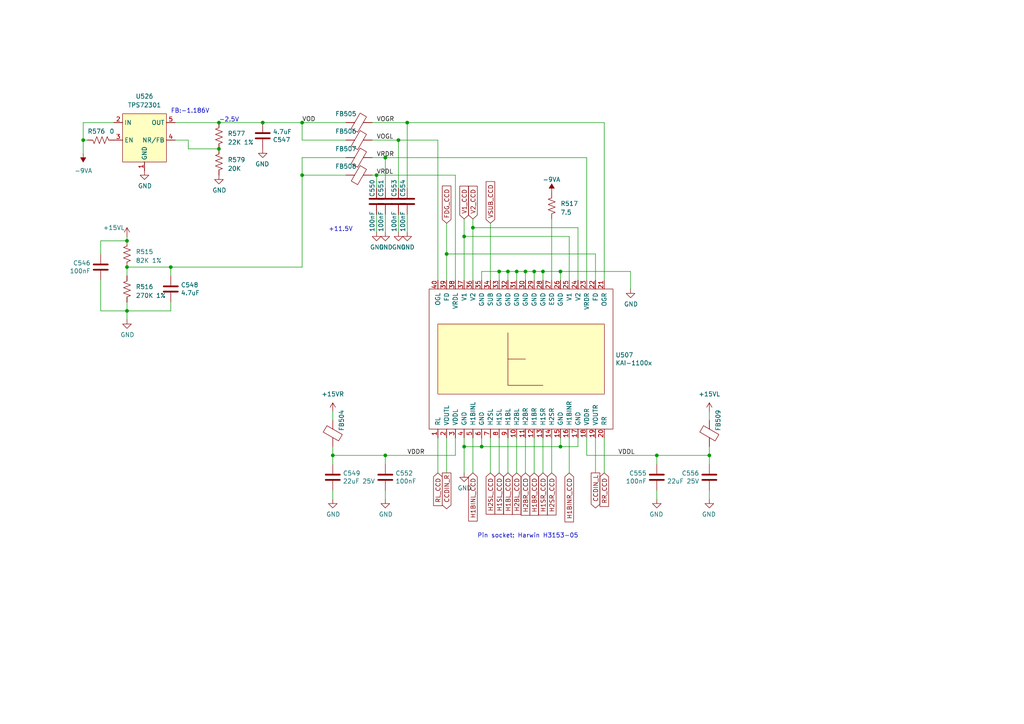
<source format=kicad_sch>
(kicad_sch (version 20231120) (generator "eeschema") (generator_version "8.0")
  (paper "A4")
  (title_block (title "Sitina 1 Mainboard") (date "2023-03-16") (rev "R0.6") (company "Copyright 2023 Wenting Zhang") (comment 2 "MERCHANTABILITY, SATISFACTORY QUALITY AND FITNESS FOR A PARTICULAR PURPOSE.") (comment 3 "This source is distributed WITHOUT ANY EXPRESS OR IMPLIED WARRANTY, INCLUDING OF") (comment 4 "This source describes Open Hardware and is licensed under the CERN-OHL-P v2."))
  (lib_symbols
    (symbol "Device:C" (pin_numbers hide) (pin_names (offset 0.254))
      (property "Reference" "C" (at 0.635 2.54 0))
      (property "Value" "C" (at 0.635 -2.54 0))
      (symbol "C_0_1"
        (polyline (pts (xy -2.032 -0.762) (xy 2.032 -0.762)) (stroke (width 0.508)))
        (polyline (pts (xy -2.032 0.762) (xy 2.032 0.762)) (stroke (width 0.508)))
      )
      (symbol "C_1_1"
        (pin passive line (at 0 3.81 270) (length 2.794) (name "~") (number "1"))
        (pin passive line (at 0 -3.81 90) (length 2.794) (name "~") (number "2"))
      )
    )
    (symbol "Device:FerriteBead" (pin_numbers hide) (pin_names (offset 0))
      (property "Reference" "FB" (at -3.81 0.635 90))
      (property "Value" "FerriteBead" (at 3.81 0 90))
      (symbol "FerriteBead_0_1"
        (polyline (pts (xy 0 -1.27) (xy 0 -1.2192)))
        (polyline (pts (xy 0 1.27) (xy 0 1.2954)))
        (polyline (pts (xy -2.7686 0.4064) (xy -1.7018 2.2606) (xy 2.7686 -0.3048) (xy 1.6764 -2.159) (xy -2.7686 0.4064)))
      )
      (symbol "FerriteBead_1_1"
        (pin passive line (at 0 3.81 270) (length 2.54) (name "~") (number "1"))
        (pin passive line (at 0 -3.81 90) (length 2.54) (name "~") (number "2"))
      )
    )
    (symbol "Device:R_US" (pin_numbers hide) (pin_names (offset 0))
      (property "Reference" "R" (at 2.54 0 90))
      (property "Value" "R_US" (at -2.54 0 90))
      (symbol "R_US_0_1"
        (polyline (pts (xy 0 -2.286) (xy 0 -2.54)))
        (polyline (pts (xy 0 2.286) (xy 0 2.54)))
        (polyline (pts (xy 0 -0.762) (xy 1.016 -1.143) (xy 0 -1.524) (xy -1.016 -1.905) (xy 0 -2.286)))
        (polyline (pts (xy 0 0.762) (xy 1.016 0.381) (xy 0 0) (xy -1.016 -0.381) (xy 0 -0.762)))
        (polyline (pts (xy 0 2.286) (xy 1.016 1.905) (xy 0 1.524) (xy -1.016 1.143) (xy 0 0.762)))
      )
      (symbol "R_US_1_1"
        (pin passive line (at 0 3.81 270) (length 1.27) (name "~") (number "1"))
        (pin passive line (at 0 -3.81 90) (length 1.27) (name "~") (number "2"))
      )
    )
    (symbol "Sitina:KAI-1100x" (pin_names (offset 1.016))
      (property "Reference" "U" (at 0 0 0))
      (property "Value" "KAI-1100x" (at 0 -2.54 0))
      (symbol "KAI-1100x_0_1"
        (rectangle (start -22.86 -22.86) (end 25.4 -43.18) (fill (type background)))
        (polyline (pts (xy 2.54 -33.02) (xy -2.54 -33.02)) (fill (type background)))
        (polyline (pts (xy 7.62 -40.64) (xy -2.54 -40.64) (xy -2.54 -25.4)) (fill (type background)))
        (rectangle (start 27.94 -53.34) (end -25.4 -12.7))
      )
      (symbol "KAI-1100x_1_1"
        (pin input line (at -22.86 -55.88 90) (length 2.54) (name "RL") (number "1"))
        (pin input line (at 0 -55.88 90) (length 2.54) (name "H2BL") (number "10"))
        (pin input line (at 2.54 -55.88 90) (length 2.54) (name "H2BR") (number "11"))
        (pin input line (at 5.08 -55.88 90) (length 2.54) (name "H1BR") (number "12"))
        (pin input line (at 7.62 -55.88 90) (length 2.54) (name "H1SR") (number "13"))
        (pin input line (at 10.16 -55.88 90) (length 2.54) (name "H2SR") (number "14"))
        (pin input line (at 12.7 -55.88 90) (length 2.54) (name "GND") (number "15"))
        (pin input line (at 15.24 -55.88 90) (length 2.54) (name "H1BINR") (number "16"))
        (pin input line (at 17.78 -55.88 90) (length 2.54) (name "GND") (number "17"))
        (pin input line (at 20.32 -55.88 90) (length 2.54) (name "VDDR") (number "18"))
        (pin input line (at 22.86 -55.88 90) (length 2.54) (name "VOUTR") (number "19"))
        (pin input line (at -20.32 -55.88 90) (length 2.54) (name "VOUTL") (number "2"))
        (pin input line (at 25.4 -55.88 90) (length 2.54) (name "RR") (number "20"))
        (pin input line (at 25.4 -10.16 270) (length 2.54) (name "OGR") (number "21"))
        (pin input line (at 22.86 -10.16 270) (length 2.54) (name "FD") (number "22"))
        (pin input line (at 20.32 -10.16 270) (length 2.54) (name "VRDR") (number "23"))
        (pin input line (at 17.78 -10.16 270) (length 2.54) (name "V2") (number "24"))
        (pin input line (at 15.24 -10.16 270) (length 2.54) (name "V1") (number "25"))
        (pin input line (at 12.7 -10.16 270) (length 2.54) (name "GND") (number "26"))
        (pin input line (at 10.16 -10.16 270) (length 2.54) (name "ESD") (number "27"))
        (pin input line (at 7.62 -10.16 270) (length 2.54) (name "GND") (number "28"))
        (pin input line (at 5.08 -10.16 270) (length 2.54) (name "GND") (number "29"))
        (pin input line (at -17.78 -55.88 90) (length 2.54) (name "VDDL") (number "3"))
        (pin input line (at 2.54 -10.16 270) (length 2.54) (name "GND") (number "30"))
        (pin input line (at 0 -10.16 270) (length 2.54) (name "GND") (number "31"))
        (pin input line (at -2.54 -10.16 270) (length 2.54) (name "GND") (number "32"))
        (pin input line (at -5.08 -10.16 270) (length 2.54) (name "GND") (number "33"))
        (pin input line (at -7.62 -10.16 270) (length 2.54) (name "SUB") (number "34"))
        (pin input line (at -10.16 -10.16 270) (length 2.54) (name "GND") (number "35"))
        (pin input line (at -12.7 -10.16 270) (length 2.54) (name "V2") (number "36"))
        (pin input line (at -15.24 -10.16 270) (length 2.54) (name "V1") (number "37"))
        (pin input line (at -17.78 -10.16 270) (length 2.54) (name "VRDL") (number "38"))
        (pin input line (at -20.32 -10.16 270) (length 2.54) (name "FD") (number "39"))
        (pin input line (at -15.24 -55.88 90) (length 2.54) (name "GND") (number "4"))
        (pin input line (at -22.86 -10.16 270) (length 2.54) (name "OGL") (number "40"))
        (pin input line (at -12.7 -55.88 90) (length 2.54) (name "H1BINL") (number "5"))
        (pin input line (at -10.16 -55.88 90) (length 2.54) (name "GND") (number "6"))
        (pin input line (at -7.62 -55.88 90) (length 2.54) (name "H2SL") (number "7"))
        (pin input line (at -5.08 -55.88 90) (length 2.54) (name "H1SL") (number "8"))
        (pin input line (at -2.54 -55.88 90) (length 2.54) (name "H1BL") (number "9"))
      )
    )
    (symbol "power:-9V" (power) (pin_names (offset 0))
      (property "Value" "-9V" (at 0 3.81 0))
      (symbol "-9V_0_1"
        (polyline (pts (xy 0 0) (xy 0 2.54)))
        (polyline (pts (xy 0.762 1.27) (xy -0.762 1.27) (xy 0 2.54) (xy 0.762 1.27)) (fill (type outline)))
      )
      (symbol "-9V_1_1"
        (pin power_in line (at 0 0 90) (length 0) hide (name "-9V") (number "1"))
      )
    )
    (symbol "power:GND" (power) (pin_names (offset 0))
      (property "Value" "GND" (at 0 -3.81 0))
      (symbol "GND_0_1"
        (polyline (pts (xy 0 0) (xy 0 -1.27) (xy 1.27 -1.27) (xy 0 -2.54) (xy -1.27 -1.27) (xy 0 -1.27)))
      )
      (symbol "GND_1_1"
        (pin power_in line (at 0 0 270) (length 0) hide (name "GND") (number "1"))
      )
    )
    (symbol "symbols:+15VL" (power) (pin_names (offset 0))
      (property "Value" "+15VL" (at 0 3.556 0))
      (symbol "+15VL_0_1"
        (polyline (pts (xy -0.762 1.27) (xy 0 2.54)))
        (polyline (pts (xy 0 0) (xy 0 2.54)))
        (polyline (pts (xy 0 2.54) (xy 0.762 1.27)))
      )
      (symbol "+15VL_1_1"
        (pin power_in line (at 0 0 90) (length 0) hide (name "+15VL") (number "1"))
      )
    )
    (symbol "symbols:+15VR" (power) (pin_names (offset 0))
      (property "Value" "+15VR" (at 0 3.556 0))
      (symbol "+15VR_0_1"
        (polyline (pts (xy -0.762 1.27) (xy 0 2.54)))
        (polyline (pts (xy 0 0) (xy 0 2.54)))
        (polyline (pts (xy 0 2.54) (xy 0.762 1.27)))
      )
      (symbol "+15VR_1_1"
        (pin power_in line (at 0 0 90) (length 0) hide (name "+15VR") (number "1"))
      )
    )
    (symbol "symbols:TPS723xx"
      (property "Reference" "U" (at 0 1.27 0))
      (property "Value" "TPS723xx" (at 7.62 1.27 0))
      (symbol "TPS723xx_1_1"
        (rectangle (start 0 0) (end 12.7 -13.97) (fill (type background)))
        (pin passive line (at 6.35 -16.51 90) (length 2.54) (name "GND") (number "1"))
        (pin power_in line (at -2.54 -2.54 0) (length 2.54) (name "IN") (number "2"))
        (pin input line (at -2.54 -7.62 0) (length 2.54) (name "EN") (number "3"))
        (pin input line (at 15.24 -7.62 180) (length 2.54) (name "NR/FB") (number "4"))
        (pin power_out line (at 15.24 -2.54 180) (length 2.54) (name "OUT") (number "5"))
      )
    )
  )
  (junction (at 154.94 78.74) (diameter 0.9144))
  (junction (at 63.5 35.56))
  (junction (at 190.5 132.08))
  (junction (at 129.54 73.66) (diameter 0.9144))
  (junction (at 115.57 40.64))
  (junction (at 63.5 43.18))
  (junction (at 139.7 129.54) (diameter 0.9144))
  (junction (at 162.56 78.74) (diameter 0.9144))
  (junction (at 109.22 50.8))
  (junction (at 162.56 129.54) (diameter 0.9144))
  (junction (at 134.62 129.54) (diameter 0.9144))
  (junction (at 36.83 69.85))
  (junction (at 144.78 78.74) (diameter 0.9144))
  (junction (at 137.16 66.04) (diameter 0.9144))
  (junction (at 76.2 35.56))
  (junction (at 36.83 90.17))
  (junction (at 87.63 50.8))
  (junction (at 149.86 78.74) (diameter 0.9144))
  (junction (at 157.48 78.74) (diameter 0.9144))
  (junction (at 152.4 78.74) (diameter 0.9144))
  (junction (at 49.53 77.47))
  (junction (at 134.62 68.58) (diameter 0.9144))
  (junction (at 87.63 35.56))
  (junction (at 111.76 132.08))
  (junction (at 36.83 77.47))
  (junction (at 118.11 35.56))
  (junction (at 111.76 45.72))
  (junction (at 96.52 132.08))
  (junction (at 205.74 132.08))
  (junction (at 147.32 78.74) (diameter 0.9144))
  (junction (at 24.13 40.64))
  (wire (pts (xy 157.48 78.74) (xy 154.94 78.74)))
  (wire (pts (xy 137.16 63.5) (xy 137.16 66.04)))
  (wire (pts (xy 142.24 64.77) (xy 142.24 81.28)))
  (wire (pts (xy 109.22 50.8) (xy 132.08 50.8)))
  (wire (pts (xy 111.76 45.72) (xy 170.18 45.72)))
  (wire (pts (xy 36.83 92.71) (xy 36.83 90.17)))
  (wire (pts (xy 96.52 129.54) (xy 96.52 132.08)))
  (wire (pts (xy 144.78 137.16) (xy 144.78 127)))
  (wire (pts (xy 139.7 129.54) (xy 162.56 129.54)))
  (wire (pts (xy 96.52 142.24) (xy 96.52 144.78)))
  (wire (pts (xy 162.56 127) (xy 162.56 129.54)))
  (wire (pts (xy 87.63 40.64) (xy 100.33 40.64)))
  (wire (pts (xy 142.24 137.16) (xy 142.24 127)))
  (wire (pts (xy 137.16 137.16) (xy 137.16 127)))
  (wire (pts (xy 157.48 78.74) (xy 162.56 78.74)))
  (wire (pts (xy 87.63 40.64) (xy 87.63 35.56)))
  (wire (pts (xy 175.26 35.56) (xy 118.11 35.56)))
  (wire (pts (xy 29.21 90.17) (xy 36.83 90.17)))
  (wire (pts (xy 36.83 87.63) (xy 36.83 90.17)))
  (wire (pts (xy 144.78 81.28) (xy 144.78 78.74)))
  (wire (pts (xy 147.32 137.16) (xy 147.32 127)))
  (wire (pts (xy 129.54 64.77) (xy 129.54 73.66)))
  (wire (pts (xy 149.86 78.74) (xy 147.32 78.74)))
  (wire (pts (xy 167.64 129.54) (xy 167.64 127)))
  (wire (pts (xy 36.83 80.01) (xy 36.83 77.47)))
  (wire (pts (xy 139.7 127) (xy 139.7 129.54)))
  (wire (pts (xy 152.4 81.28) (xy 152.4 78.74)))
  (wire (pts (xy 205.74 132.08) (xy 205.74 134.62)))
  (wire (pts (xy 127 40.64) (xy 115.57 40.64)))
  (wire (pts (xy 152.4 78.74) (xy 149.86 78.74)))
  (wire (pts (xy 172.72 127) (xy 172.72 137.16)))
  (wire (pts (xy 50.8 40.64) (xy 54.61 40.64)))
  (wire (pts (xy 109.22 67.31) (xy 109.22 62.23)))
  (wire (pts (xy 182.88 78.74) (xy 182.88 83.82)))
  (wire (pts (xy 63.5 35.56) (xy 76.2 35.56)))
  (wire (pts (xy 190.5 132.08) (xy 190.5 134.62)))
  (wire (pts (xy 162.56 78.74) (xy 182.88 78.74)))
  (wire (pts (xy 190.5 142.24) (xy 190.5 144.78)))
  (wire (pts (xy 147.32 81.28) (xy 147.32 78.74)))
  (wire (pts (xy 115.57 54.61) (xy 115.57 40.64)))
  (wire (pts (xy 170.18 127) (xy 170.18 132.08)))
  (wire (pts (xy 96.52 132.08) (xy 111.76 132.08)))
  (wire (pts (xy 147.32 78.74) (xy 144.78 78.74)))
  (wire (pts (xy 175.26 137.16) (xy 175.26 127)))
  (wire (pts (xy 87.63 77.47) (xy 87.63 50.8)))
  (wire (pts (xy 29.21 69.85) (xy 36.83 69.85)))
  (wire (pts (xy 134.62 129.54) (xy 134.62 137.16)))
  (wire (pts (xy 76.2 35.56) (xy 87.63 35.56)))
  (wire (pts (xy 111.76 142.24) (xy 111.76 144.78)))
  (wire (pts (xy 157.48 137.16) (xy 157.48 127)))
  (wire (pts (xy 172.72 73.66) (xy 172.72 81.28)))
  (wire (pts (xy 127 40.64) (xy 127 81.28)))
  (wire (pts (xy 36.83 77.47) (xy 49.53 77.47)))
  (wire (pts (xy 134.62 129.54) (xy 139.7 129.54)))
  (wire (pts (xy 49.53 80.01) (xy 49.53 77.47)))
  (wire (pts (xy 50.8 35.56) (xy 63.5 35.56)))
  (wire (pts (xy 134.62 63.5) (xy 134.62 68.58)))
  (wire (pts (xy 107.95 45.72) (xy 111.76 45.72)))
  (wire (pts (xy 24.13 40.64) (xy 24.13 44.45)))
  (wire (pts (xy 24.13 35.56) (xy 24.13 40.64)))
  (wire (pts (xy 111.76 62.23) (xy 111.76 67.31)))
  (wire (pts (xy 165.1 68.58) (xy 165.1 81.28)))
  (wire (pts (xy 137.16 66.04) (xy 167.64 66.04)))
  (wire (pts (xy 29.21 81.28) (xy 29.21 90.17)))
  (wire (pts (xy 107.95 35.56) (xy 118.11 35.56)))
  (wire (pts (xy 109.22 50.8) (xy 107.95 50.8)))
  (wire (pts (xy 129.54 73.66) (xy 172.72 73.66)))
  (wire (pts (xy 111.76 132.08) (xy 132.08 132.08)))
  (wire (pts (xy 96.52 132.08) (xy 96.52 134.62)))
  (wire (pts (xy 115.57 67.31) (xy 115.57 62.23)))
  (wire (pts (xy 87.63 50.8) (xy 87.63 45.72)))
  (wire (pts (xy 170.18 45.72) (xy 170.18 81.28)))
  (wire (pts (xy 109.22 54.61) (xy 109.22 50.8)))
  (wire (pts (xy 134.62 127) (xy 134.62 129.54)))
  (wire (pts (xy 87.63 35.56) (xy 100.33 35.56)))
  (wire (pts (xy 54.61 40.64) (xy 54.61 43.18)))
  (wire (pts (xy 167.64 66.04) (xy 167.64 81.28)))
  (wire (pts (xy 205.74 142.24) (xy 205.74 144.78)))
  (wire (pts (xy 165.1 137.16) (xy 165.1 127)))
  (wire (pts (xy 137.16 66.04) (xy 137.16 81.28)))
  (wire (pts (xy 154.94 78.74) (xy 152.4 78.74)))
  (wire (pts (xy 132.08 50.8) (xy 132.08 81.28)))
  (wire (pts (xy 36.83 68.58) (xy 36.83 69.85)))
  (wire (pts (xy 205.74 119.38) (xy 205.74 121.92)))
  (wire (pts (xy 162.56 129.54) (xy 167.64 129.54)))
  (wire (pts (xy 111.76 45.72) (xy 111.76 54.61)))
  (wire (pts (xy 49.53 87.63) (xy 49.53 90.17)))
  (wire (pts (xy 132.08 132.08) (xy 132.08 127)))
  (wire (pts (xy 24.13 35.56) (xy 33.02 35.56)))
  (wire (pts (xy 129.54 127) (xy 129.54 137.16)))
  (wire (pts (xy 36.83 90.17) (xy 49.53 90.17)))
  (wire (pts (xy 111.76 132.08) (xy 111.76 134.62)))
  (wire (pts (xy 157.48 81.28) (xy 157.48 78.74)))
  (wire (pts (xy 139.7 78.74) (xy 144.78 78.74)))
  (wire (pts (xy 96.52 119.38) (xy 96.52 121.92)))
  (wire (pts (xy 107.95 40.64) (xy 115.57 40.64)))
  (wire (pts (xy 127 137.16) (xy 127 127)))
  (wire (pts (xy 49.53 77.47) (xy 87.63 77.47)))
  (wire (pts (xy 205.74 129.54) (xy 205.74 132.08)))
  (wire (pts (xy 118.11 62.23) (xy 118.11 67.31)))
  (wire (pts (xy 190.5 132.08) (xy 170.18 132.08)))
  (wire (pts (xy 29.21 73.66) (xy 29.21 69.85)))
  (wire (pts (xy 154.94 137.16) (xy 154.94 127)))
  (wire (pts (xy 129.54 73.66) (xy 129.54 81.28)))
  (wire (pts (xy 152.4 137.16) (xy 152.4 127)))
  (wire (pts (xy 149.86 81.28) (xy 149.86 78.74)))
  (wire (pts (xy 205.74 132.08) (xy 190.5 132.08)))
  (wire (pts (xy 149.86 137.16) (xy 149.86 127)))
  (wire (pts (xy 160.02 137.16) (xy 160.02 127)))
  (wire (pts (xy 154.94 81.28) (xy 154.94 78.74)))
  (wire (pts (xy 160.02 81.28) (xy 160.02 63.5)))
  (wire (pts (xy 118.11 35.56) (xy 118.11 54.61)))
  (wire (pts (xy 87.63 45.72) (xy 100.33 45.72)))
  (wire (pts (xy 175.26 35.56) (xy 175.26 81.28)))
  (wire (pts (xy 162.56 81.28) (xy 162.56 78.74)))
  (wire (pts (xy 54.61 43.18) (xy 63.5 43.18)))
  (wire (pts (xy 87.63 50.8) (xy 100.33 50.8)))
  (wire (pts (xy 24.13 40.64) (xy 25.4 40.64)))
  (wire (pts (xy 139.7 78.74) (xy 139.7 81.28)))
  (wire (pts (xy 134.62 68.58) (xy 165.1 68.58)))
  (wire (pts (xy 134.62 68.58) (xy 134.62 81.28)))
  (text "FB:-1.186V" (at 49.53 33.02 0) (effects (font (size 1.27 1.27)) (justify left bottom)))
  (text "+11.5V" (at 95.25 67.31 0) (effects (font (size 1.27 1.27)) (justify left bottom)))
  (text "-2.5V" (at 63.5 35.56 0) (effects (font (size 1.27 1.27)) (justify left bottom)))
  (text "Pin socket: Harwin H3153-05" (at 138.43 156.21 0) (effects (font (size 1.27 1.27)) (justify left bottom)))
  (label "VOGR" (at 109.22 35.56 0))
  (label "VOGL" (at 109.22 40.64 0))
  (label "VDDR" (at 118.11 132.08 0))
  (label "VDDL" (at 184.15 132.08 180))
  (label "VRDL" (at 109.22 50.8 0))
  (label "VRDR" (at 109.22 45.72 0))
  (label "VOD" (at 87.63 35.56 0))
  (global_label "VSUB_CCD" (shape input) (at 142.24 64.77 90) (property "Intersheetrefs" "${INTERSHEET_REFS}" (effects (hide yes))))
  (global_label "H2BL_CCD" (shape input) (at 149.86 137.16 270) (property "Intersheetrefs" "${INTERSHEET_REFS}" (effects (hide yes))))
  (global_label "H1SL_CCD" (shape input) (at 144.78 137.16 270) (property "Intersheetrefs" "${INTERSHEET_REFS}" (effects (hide yes))))
  (global_label "H1BINR_CCD" (shape input) (at 165.1 137.16 270) (property "Intersheetrefs" "${INTERSHEET_REFS}" (effects (hide yes))))
  (global_label "H1BINL_CCD" (shape input) (at 137.16 137.16 270) (property "Intersheetrefs" "${INTERSHEET_REFS}" (effects (hide yes))))
  (global_label "H1BL_CCD" (shape input) (at 147.32 137.16 270) (property "Intersheetrefs" "${INTERSHEET_REFS}" (effects (hide yes))))
  (global_label "RL_CCD" (shape input) (at 127 137.16 270) (property "Intersheetrefs" "${INTERSHEET_REFS}" (effects (hide yes))))
  (global_label "RR_CCD" (shape input) (at 175.26 137.16 270) (property "Intersheetrefs" "${INTERSHEET_REFS}" (effects (hide yes))))
  (global_label "H2BR_CCD" (shape input) (at 152.4 137.16 270) (property "Intersheetrefs" "${INTERSHEET_REFS}" (effects (hide yes))))
  (global_label "H2SL_CCD" (shape input) (at 142.24 137.16 270) (property "Intersheetrefs" "${INTERSHEET_REFS}" (effects (hide yes))))
  (global_label "H1SR_CCD" (shape input) (at 157.48 137.16 270) (property "Intersheetrefs" "${INTERSHEET_REFS}" (effects (hide yes))))
  (global_label "H2SR_CCD" (shape input) (at 160.02 137.16 270) (property "Intersheetrefs" "${INTERSHEET_REFS}" (effects (hide yes))))
  (global_label "CCDIN_L" (shape output) (at 172.72 137.16 270) (property "Intersheetrefs" "${INTERSHEET_REFS}" (effects (hide yes))))
  (global_label "CCDIN_R" (shape output) (at 129.54 137.16 270) (property "Intersheetrefs" "${INTERSHEET_REFS}" (effects (hide yes))))
  (global_label "FDG_CCD" (shape input) (at 129.54 64.77 90) (property "Intersheetrefs" "${INTERSHEET_REFS}" (effects (hide yes))))
  (global_label "V1_CCD" (shape input) (at 134.62 63.5 90) (property "Intersheetrefs" "${INTERSHEET_REFS}" (effects (hide yes))))
  (global_label "V2_CCD" (shape input) (at 137.16 63.5 90) (property "Intersheetrefs" "${INTERSHEET_REFS}" (effects (hide yes))))
  (global_label "H1BR_CCD" (shape input) (at 154.94 137.16 270) (property "Intersheetrefs" "${INTERSHEET_REFS}" (effects (hide yes))))
  (symbol (lib_id "power:GND") (at 41.91 49.53 0) (unit 1)
    (property "Reference" "#PWR0687" (effects (hide yes)))
    (property "Value" "GND" (at 42.037 53.9242 0))
  )
  (symbol (lib_id "power:GND") (at 134.62 137.16 0) (unit 1)
    (property "Reference" "#PWR0543" (effects (hide yes)))
    (property "Value" "GND" (at 134.747 141.5542 0))
  )
  (symbol (lib_id "power:GND") (at 63.5 50.8 0) (unit 1)
    (property "Reference" "#PWR0688" (effects (hide yes)))
    (property "Value" "GND" (at 63.627 55.1942 0))
  )
  (symbol (lib_id "Device:R_US") (at 36.83 83.82 0) (mirror y) (unit 1)
    (property "Reference" "R516" (at 39.37 83.185 0) (effects (justify right)))
    (property "Value" "270K 1%" (at 39.37 85.725 0) (effects (justify right)))
    (property "Footprint" "Resistor_SMD:R_0402_1005Metric" (effects (hide yes)))
  )
  (symbol (lib_id "power:-9V") (at 160.02 55.88 0) (unit 1)
    (property "Reference" "#PWR0544" (effects (hide yes)))
    (property "Value" "-9VA" (at 162.56 52.07 0) (effects (justify right)))
  )
  (symbol (lib_id "power:GND") (at 190.5 144.78 0) (mirror y) (unit 1)
    (property "Reference" "#PWR0546" (effects (hide yes)))
    (property "Value" "GND" (at 190.373 149.1742 0))
  )
  (symbol (lib_id "symbols:+15VR") (at 96.52 119.38 0) (unit 1)
    (property "Reference" "#PWR0536" (effects (hide yes)))
    (property "Value" "+15VR" (at 96.52 114.3 0))
  )
  (symbol (lib_id "symbols:+15VL") (at 36.83 68.58 0) (unit 1)
    (property "Reference" "#PWR0534" (effects (hide yes)))
    (property "Value" "+15VL" (at 33.02 66.04 0))
  )
  (symbol (lib_id "power:GND") (at 118.11 67.31 0) (unit 1)
    (property "Reference" "#PWR0542" (effects (hide yes)))
    (property "Value" "GND" (at 118.237 71.7042 0))
  )
  (symbol (lib_id "Device:C") (at 115.57 58.42 0) (unit 1)
    (property "Reference" "C553" (at 114.3 57.15 90) (effects (justify left)))
    (property "Value" "100nF" (at 114.3 67.31 90) (effects (justify left)))
    (property "Footprint" "Capacitor_SMD:C_0402_1005Metric" (effects (hide yes)))
  )
  (symbol (lib_id "power:GND") (at 182.88 83.82 0) (unit 1)
    (property "Reference" "#PWR0545" (effects (hide yes)))
    (property "Value" "GND" (at 183.007 88.2142 0))
  )
  (symbol (lib_id "power:GND") (at 36.83 92.71 0) (unit 1)
    (property "Reference" "#PWR0535" (effects (hide yes)))
    (property "Value" "GND" (at 36.957 97.1042 0))
  )
  (symbol (lib_id "Device:C") (at 49.53 83.82 0) (unit 1)
    (property "Reference" "C548" (at 52.451 82.6516 0) (effects (justify left)))
    (property "Value" "4.7uF" (at 52.451 84.963 0) (effects (justify left)))
    (property "Footprint" "Capacitor_SMD:C_0402_1005Metric" (effects (hide yes)))
  )
  (symbol (lib_id "Device:R_US") (at 63.5 46.99 0) (mirror y) (unit 1)
    (property "Reference" "R579" (at 66.04 46.355 0) (effects (justify right)))
    (property "Value" "20K" (at 66.04 48.895 0) (effects (justify right)))
    (property "Footprint" "Resistor_SMD:R_0402_1005Metric" (effects (hide yes)))
  )
  (symbol (lib_id "Device:FerriteBead") (at 205.74 125.73 0) (unit 1)
    (property "Reference" "FB509" (at 208.28 121.92 90))
    (property "Value" "FerriteBead" (effects (hide yes)))
    (property "Footprint" "Inductor_SMD:L_0603_1608Metric" (effects (hide yes)))
  )
  (symbol (lib_id "Device:C") (at 111.76 58.42 0) (unit 1)
    (property "Reference" "C551" (at 110.49 57.15 90) (effects (justify left)))
    (property "Value" "100nF" (at 110.49 67.31 90) (effects (justify left)))
    (property "Footprint" "Capacitor_SMD:C_0402_1005Metric" (effects (hide yes)))
  )
  (symbol (lib_id "power:GND") (at 205.74 144.78 0) (mirror y) (unit 1)
    (property "Reference" "#PWR0548" (effects (hide yes)))
    (property "Value" "GND" (at 205.613 149.1742 0))
  )
  (symbol (lib_id "Device:R_US") (at 63.5 39.37 0) (mirror y) (unit 1)
    (property "Reference" "R577" (at 66.04 38.735 0) (effects (justify right)))
    (property "Value" "22K 1%" (at 66.04 41.275 0) (effects (justify right)))
    (property "Footprint" "Resistor_SMD:R_0402_1005Metric" (effects (hide yes)))
  )
  (symbol (lib_id "Device:C") (at 190.5 138.43 0) (mirror y) (unit 1)
    (property "Reference" "C555" (at 187.579 137.2616 0) (effects (justify left)))
    (property "Value" "100nF" (at 187.579 139.573 0) (effects (justify left)))
    (property "Footprint" "Capacitor_SMD:C_0402_1005Metric" (effects (hide yes)))
  )
  (symbol (lib_id "Device:C") (at 29.21 77.47 0) (mirror y) (unit 1)
    (property "Reference" "C546" (at 26.289 76.3016 0) (effects (justify left)))
    (property "Value" "100nF" (at 26.289 78.613 0) (effects (justify left)))
    (property "Footprint" "Capacitor_SMD:C_0402_1005Metric" (effects (hide yes)))
  )
  (symbol (lib_id "Device:C") (at 111.76 138.43 0) (unit 1)
    (property "Reference" "C552" (at 114.681 137.2616 0) (effects (justify left)))
    (property "Value" "100nF" (at 114.681 139.573 0) (effects (justify left)))
    (property "Footprint" "Capacitor_SMD:C_0402_1005Metric" (effects (hide yes)))
  )
  (symbol (lib_id "Device:R_US") (at 160.02 59.69 0) (mirror y) (unit 1)
    (property "Reference" "R517" (at 162.56 59.055 0) (effects (justify right)))
    (property "Value" "7.5" (at 162.56 61.595 0) (effects (justify right)))
    (property "Footprint" "Resistor_SMD:R_0402_1005Metric" (effects (hide yes)))
  )
  (symbol (lib_id "power:GND") (at 109.22 67.31 0) (unit 1)
    (property "Reference" "#PWR0538" (effects (hide yes)))
    (property "Value" "GND" (at 109.347 71.7042 0))
  )
  (symbol (lib_id "power:GND") (at 111.76 67.31 0) (unit 1)
    (property "Reference" "#PWR0539" (effects (hide yes)))
    (property "Value" "GND" (at 111.887 71.7042 0))
  )
  (symbol (lib_id "symbols:+15VL") (at 205.74 119.38 0) (unit 1)
    (property "Reference" "#PWR0547" (effects (hide yes)))
    (property "Value" "+15VL" (at 205.74 114.3 0))
  )
  (symbol (lib_id "Device:FerriteBead") (at 104.14 40.64 90) (unit 1)
    (property "Reference" "FB506" (at 100.33 38.1 90))
    (property "Value" "FerriteBead" (effects (hide yes)))
    (property "Footprint" "Inductor_SMD:L_0603_1608Metric" (effects (hide yes)))
  )
  (symbol (lib_id "Device:C") (at 118.11 58.42 0) (unit 1)
    (property "Reference" "C554" (at 116.84 57.15 90) (effects (justify left)))
    (property "Value" "100nF" (at 116.84 67.31 90) (effects (justify left)))
    (property "Footprint" "Capacitor_SMD:C_0402_1005Metric" (effects (hide yes)))
  )
  (symbol (lib_id "Sitina:KAI-1100x") (at 149.86 71.12 0) (unit 1)
    (property "Reference" "U507" (at 178.5112 102.9716 0) (effects (justify left)))
    (property "Value" "KAI-1100x" (at 178.5112 105.283 0) (effects (justify left)))
    (property "Footprint" "footprints:KAI-1100X" (effects (hide yes)))
  )
  (symbol (lib_id "Device:C") (at 76.2 39.37 0) (mirror x) (unit 1)
    (property "Reference" "C547" (at 79.121 40.5384 0) (effects (justify left)))
    (property "Value" "4.7uF" (at 79.121 38.227 0) (effects (justify left)))
    (property "Footprint" "Capacitor_SMD:C_0402_1005Metric" (effects (hide yes)))
  )
  (symbol (lib_id "power:-9V") (at 24.13 44.45 180) (unit 1)
    (property "Reference" "#PWR0533" (effects (hide yes)))
    (property "Value" "-9VA" (at 21.59 49.53 0) (effects (justify right)))
  )
  (symbol (lib_id "symbols:TPS723xx") (at 35.56 33.02 0) (unit 1)
    (property "Reference" "U526" (at 41.91 27.94 0))
    (property "Value" "TPS72301" (at 41.91 30.48 0))
    (property "Footprint" "Package_TO_SOT_SMD:SOT-23-5_HandSoldering" (effects (hide yes)))
    (property "Datasheet" "https://www.ti.com/lit/ds/symlink/tps723.pdf?ts=1702883007627&ref_url=https%253A%252F%252Fwww.ti.com%252Fpower-management%252Flinear-regulators-ldo%252Fproducts.html" (effects (hide yes)))
  )
  (symbol (lib_id "Device:R_US") (at 36.83 73.66 0) (mirror y) (unit 1)
    (property "Reference" "R515" (at 39.37 73.025 0) (effects (justify right)))
    (property "Value" "82K 1%" (at 39.37 75.565 0) (effects (justify right)))
    (property "Footprint" "Resistor_SMD:R_0402_1005Metric" (effects (hide yes)))
  )
  (symbol (lib_id "power:GND") (at 96.52 144.78 0) (unit 1)
    (property "Reference" "#PWR0537" (effects (hide yes)))
    (property "Value" "GND" (at 96.647 149.1742 0))
  )
  (symbol (lib_id "Device:R_US") (at 29.21 40.64 90) (mirror x) (unit 1)
    (property "Reference" "R576" (at 25.4 38.1 90) (effects (justify right)))
    (property "Value" "0" (at 31.75 38.1 90) (effects (justify right)))
    (property "Footprint" "Resistor_SMD:R_0402_1005Metric" (effects (hide yes)))
  )
  (symbol (lib_id "Device:C") (at 205.74 138.43 0) (mirror y) (unit 1)
    (property "Reference" "C556" (at 202.819 137.2616 0) (effects (justify left)))
    (property "Value" "22uF 25V" (at 202.819 139.573 0) (effects (justify left)))
    (property "Footprint" "Capacitor_SMD:C_0805_2012Metric" (effects (hide yes)))
  )
  (symbol (lib_id "Device:FerriteBead") (at 96.52 125.73 0) (unit 1)
    (property "Reference" "FB504" (at 99.06 121.92 90))
    (property "Value" "FerriteBead" (effects (hide yes)))
    (property "Footprint" "Inductor_SMD:L_0603_1608Metric" (effects (hide yes)))
  )
  (symbol (lib_id "Device:C") (at 96.52 138.43 0) (unit 1)
    (property "Reference" "C549" (at 99.441 137.2616 0) (effects (justify left)))
    (property "Value" "22uF 25V" (at 99.441 139.573 0) (effects (justify left)))
    (property "Footprint" "Capacitor_SMD:C_0805_2012Metric" (effects (hide yes)))
  )
  (symbol (lib_id "power:GND") (at 111.76 144.78 0) (unit 1)
    (property "Reference" "#PWR0540" (effects (hide yes)))
    (property "Value" "GND" (at 111.887 149.1742 0))
  )
  (symbol (lib_id "power:GND") (at 76.2 43.18 0) (mirror y) (unit 1)
    (property "Reference" "#PWR0532" (effects (hide yes)))
    (property "Value" "GND" (at 76.073 47.5742 0))
  )
  (symbol (lib_id "Device:FerriteBead") (at 104.14 35.56 90) (unit 1)
    (property "Reference" "FB505" (at 100.33 33.02 90))
    (property "Value" "FerriteBead" (effects (hide yes)))
    (property "Footprint" "Inductor_SMD:L_0603_1608Metric" (effects (hide yes)))
  )
  (symbol (lib_id "Device:FerriteBead") (at 104.14 45.72 90) (unit 1)
    (property "Reference" "FB507" (at 100.33 43.18 90))
    (property "Value" "FerriteBead" (effects (hide yes)))
    (property "Footprint" "Inductor_SMD:L_0603_1608Metric" (effects (hide yes)))
  )
  (symbol (lib_id "Device:FerriteBead") (at 104.14 50.8 90) (unit 1)
    (property "Reference" "FB508" (at 100.33 48.26 90))
    (property "Value" "FerriteBead" (effects (hide yes)))
    (property "Footprint" "Inductor_SMD:L_0603_1608Metric" (effects (hide yes)))
  )
  (symbol (lib_id "Device:C") (at 109.22 58.42 0) (unit 1)
    (property "Reference" "C550" (at 107.95 57.15 90) (effects (justify left)))
    (property "Value" "100nF" (at 107.95 67.31 90) (effects (justify left)))
    (property "Footprint" "Capacitor_SMD:C_0402_1005Metric" (effects (hide yes)))
  )
  (symbol (lib_id "power:GND") (at 115.57 67.31 0) (unit 1)
    (property "Reference" "#PWR0541" (effects (hide yes)))
    (property "Value" "GND" (at 115.697 71.7042 0))
  )
)
</source>
